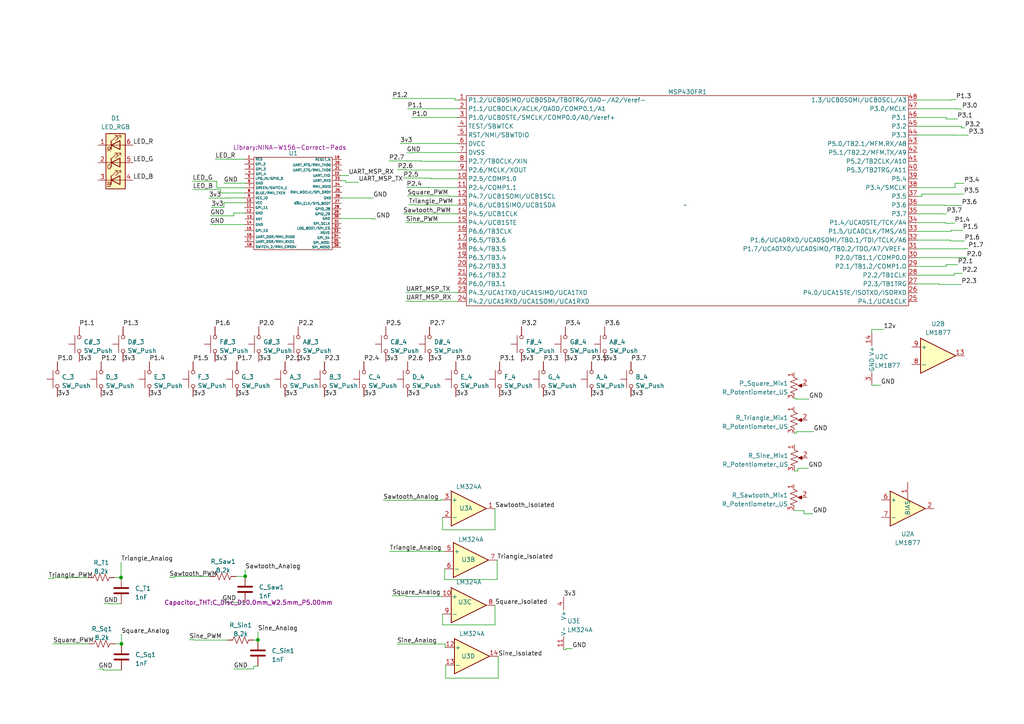
<source format=kicad_sch>
(kicad_sch (version 20230121) (generator eeschema)
  (paper "A4")
  (lib_symbols
    (symbol "Amplifier_Audio:LM1877" (pin_names (offset 0.127))
      (property "Reference" "U" (at 5.08 6.35 0))
      (property "Value" "LM1877" (at 5.08 3.81 0))
      (symbol "LM1877_1_1"
        (polyline (pts (xy -5.08 5.08) (xy 5.08 0) (xy -5.08 -5.08) (xy -5.08 5.08)) (stroke (width 0.254)) (fill (type background)))
        (pin input line (at 0 7.62 270) (length 5.08) (name "BIAS") (number "1"))
        (pin output line (at 7.62 0 180) (length 2.54) (name "~") (number "2"))
        (pin input line (at -7.62 2.54 0) (length 2.54) (name "+") (number "6"))
        (pin input line (at -7.62 -2.54 0) (length 2.54) (name "-") (number "7"))
      )
      (symbol "LM1877_2_1"
        (polyline (pts (xy -5.08 5.08) (xy 5.08 0) (xy -5.08 -5.08) (xy -5.08 5.08)) (stroke (width 0.254)) (fill (type background)))
        (pin output line (at 7.62 0 180) (length 2.54) (name "~") (number "13"))
        (pin input line (at -7.62 -2.54 0) (length 2.54) (name "-") (number "8"))
        (pin input line (at -7.62 2.54 0) (length 2.54) (name "+") (number "9"))
      )
      (symbol "LM1877_3_1"
        (pin passive line (at -2.54 -7.62 90) (length 3.81) hide (name "GND") (number "10"))
        (pin passive line (at -2.54 -7.62 90) (length 3.81) hide (name "GND") (number "11"))
        (pin passive line (at -2.54 -7.62 90) (length 3.81) hide (name "GND") (number "12"))
        (pin power_in line (at -2.54 7.62 270) (length 3.81) (name "V+") (number "14"))
        (pin power_in line (at -2.54 -7.62 90) (length 3.81) (name "GND") (number "3"))
        (pin passive line (at -2.54 -7.62 90) (length 3.81) hide (name "GND") (number "4"))
        (pin passive line (at -2.54 -7.62 90) (length 3.81) hide (name "GND") (number "5"))
      )
    )
    (symbol "Amplifier_Operational:LM324A" (pin_names (offset 0.127))
      (property "Reference" "U" (at 0 5.08 0))
      (property "Value" "LM324A" (at 0 -5.08 0))
      (symbol "LM324A_1_1"
        (polyline (pts (xy -5.08 5.08) (xy 5.08 0) (xy -5.08 -5.08) (xy -5.08 5.08)) (stroke (width 0.254)) (fill (type background)))
        (pin output line (at 7.62 0 180) (length 2.54) (name "~") (number "1"))
        (pin input line (at -7.62 -2.54 0) (length 2.54) (name "-") (number "2"))
        (pin input line (at -7.62 2.54 0) (length 2.54) (name "+") (number "3"))
      )
      (symbol "LM324A_2_1"
        (polyline (pts (xy -5.08 5.08) (xy 5.08 0) (xy -5.08 -5.08) (xy -5.08 5.08)) (stroke (width 0.254)) (fill (type background)))
        (pin input line (at -7.62 2.54 0) (length 2.54) (name "+") (number "5"))
        (pin input line (at -7.62 -2.54 0) (length 2.54) (name "-") (number "6"))
        (pin output line (at 7.62 0 180) (length 2.54) (name "~") (number "7"))
      )
      (symbol "LM324A_3_1"
        (polyline (pts (xy -5.08 5.08) (xy 5.08 0) (xy -5.08 -5.08) (xy -5.08 5.08)) (stroke (width 0.254)) (fill (type background)))
        (pin input line (at -7.62 2.54 0) (length 2.54) (name "+") (number "10"))
        (pin output line (at 7.62 0 180) (length 2.54) (name "~") (number "8"))
        (pin input line (at -7.62 -2.54 0) (length 2.54) (name "-") (number "9"))
      )
      (symbol "LM324A_4_1"
        (polyline (pts (xy -5.08 5.08) (xy 5.08 0) (xy -5.08 -5.08) (xy -5.08 5.08)) (stroke (width 0.254)) (fill (type background)))
        (pin input line (at -7.62 2.54 0) (length 2.54) (name "+") (number "12"))
        (pin input line (at -7.62 -2.54 0) (length 2.54) (name "-") (number "13"))
        (pin output line (at 7.62 0 180) (length 2.54) (name "~") (number "14"))
      )
      (symbol "LM324A_5_1"
        (pin power_in line (at -2.54 -7.62 90) (length 3.81) (name "V-") (number "11"))
        (pin power_in line (at -2.54 7.62 270) (length 3.81) (name "V+") (number "4"))
      )
    )
    (symbol "Device:C" (pin_numbers hide) (pin_names (offset 0.254))
      (property "Reference" "C" (at 0.635 2.54 0))
      (property "Value" "C" (at 0.635 -2.54 0))
      (symbol "C_0_1"
        (polyline (pts (xy -2.032 -0.762) (xy 2.032 -0.762)) (stroke (width 0.508)))
        (polyline (pts (xy -2.032 0.762) (xy 2.032 0.762)) (stroke (width 0.508)))
      )
      (symbol "C_1_1"
        (pin passive line (at 0 3.81 270) (length 2.794) (name "~") (number "1"))
        (pin passive line (at 0 -3.81 90) (length 2.794) (name "~") (number "2"))
      )
    )
    (symbol "Device:LED_RGB" (pin_names (offset 0) hide)
      (property "Reference" "D" (at 0 9.398 0))
      (property "Value" "LED_RGB" (at 0 -8.89 0))
      (symbol "LED_RGB_0_0"
        (text "B" (at -1.905 -6.35 0) (effects (font (size 1.27 1.27))))
        (text "G" (at -1.905 -1.27 0) (effects (font (size 1.27 1.27))))
        (text "R" (at -1.905 3.81 0) (effects (font (size 1.27 1.27))))
      )
      (symbol "LED_RGB_0_1"
        (polyline (pts (xy -1.27 -5.08) (xy -2.54 -5.08)))
        (polyline (pts (xy -1.27 -5.08) (xy 1.27 -5.08)))
        (polyline (pts (xy -1.27 -3.81) (xy -1.27 -6.35)) (stroke (width 0.254)))
        (polyline (pts (xy -1.27 0) (xy -2.54 0)))
        (polyline (pts (xy -1.27 1.27) (xy -1.27 -1.27)) (stroke (width 0.254)))
        (polyline (pts (xy -1.27 5.08) (xy -2.54 5.08)))
        (polyline (pts (xy -1.27 5.08) (xy 1.27 5.08)))
        (polyline (pts (xy -1.27 6.35) (xy -1.27 3.81)) (stroke (width 0.254)))
        (polyline (pts (xy 1.27 -5.08) (xy 2.54 -5.08)))
        (polyline (pts (xy 1.27 0) (xy -1.27 0)))
        (polyline (pts (xy 1.27 0) (xy 2.54 0)))
        (polyline (pts (xy 1.27 5.08) (xy 2.54 5.08)))
        (polyline (pts (xy -1.27 1.27) (xy -1.27 -1.27) (xy -1.27 -1.27)))
        (polyline (pts (xy -1.27 6.35) (xy -1.27 3.81) (xy -1.27 3.81)))
        (polyline (pts (xy 1.27 -3.81) (xy 1.27 -6.35) (xy -1.27 -5.08) (xy 1.27 -3.81)) (stroke (width 0.254)))
        (polyline (pts (xy 1.27 1.27) (xy 1.27 -1.27) (xy -1.27 0) (xy 1.27 1.27)) (stroke (width 0.254)))
        (polyline (pts (xy 1.27 6.35) (xy 1.27 3.81) (xy -1.27 5.08) (xy 1.27 6.35)) (stroke (width 0.254)))
        (polyline (pts (xy -1.016 -3.81) (xy 0.508 -2.286) (xy -0.254 -2.286) (xy 0.508 -2.286) (xy 0.508 -3.048)))
        (polyline (pts (xy -1.016 1.27) (xy 0.508 2.794) (xy -0.254 2.794) (xy 0.508 2.794) (xy 0.508 2.032)))
        (polyline (pts (xy -1.016 6.35) (xy 0.508 7.874) (xy -0.254 7.874) (xy 0.508 7.874) (xy 0.508 7.112)))
        (polyline (pts (xy 0 -3.81) (xy 1.524 -2.286) (xy 0.762 -2.286) (xy 1.524 -2.286) (xy 1.524 -3.048)))
        (polyline (pts (xy 0 1.27) (xy 1.524 2.794) (xy 0.762 2.794) (xy 1.524 2.794) (xy 1.524 2.032)))
        (polyline (pts (xy 0 6.35) (xy 1.524 7.874) (xy 0.762 7.874) (xy 1.524 7.874) (xy 1.524 7.112)))
        (rectangle (start 1.27 -1.27) (end 1.27 1.27))
        (rectangle (start 1.27 1.27) (end 1.27 1.27))
        (rectangle (start 1.27 3.81) (end 1.27 6.35))
        (rectangle (start 1.27 6.35) (end 1.27 6.35))
        (rectangle (start 2.794 8.382) (end -2.794 -7.62) (stroke (width 0.254)) (fill (type background)))
      )
      (symbol "LED_RGB_1_1"
        (pin passive line (at -5.08 5.08 0) (length 2.54) (name "RK") (number "1"))
        (pin passive line (at -5.08 0 0) (length 2.54) (name "GK") (number "2"))
        (pin passive line (at -5.08 -5.08 0) (length 2.54) (name "BK") (number "3"))
        (pin passive line (at 5.08 -5.08 180) (length 2.54) (name "BA") (number "4"))
        (pin passive line (at 5.08 0 180) (length 2.54) (name "GA") (number "5"))
        (pin passive line (at 5.08 5.08 180) (length 2.54) (name "RA") (number "6"))
      )
    )
    (symbol "Device:R_Potentiometer_US" (pin_names (offset 1.016) hide)
      (property "Reference" "RV" (at -4.445 0 90))
      (property "Value" "R_Potentiometer_US" (at -2.54 0 90))
      (symbol "R_Potentiometer_US_0_1"
        (polyline (pts (xy 0 -2.286) (xy 0 -2.54)))
        (polyline (pts (xy 0 2.54) (xy 0 2.286)))
        (polyline (pts (xy 2.54 0) (xy 1.524 0)))
        (polyline (pts (xy 1.143 0) (xy 2.286 0.508) (xy 2.286 -0.508) (xy 1.143 0)) (fill (type outline)))
        (polyline (pts (xy 0 -0.762) (xy 1.016 -1.143) (xy 0 -1.524) (xy -1.016 -1.905) (xy 0 -2.286)))
        (polyline (pts (xy 0 0.762) (xy 1.016 0.381) (xy 0 0) (xy -1.016 -0.381) (xy 0 -0.762)))
        (polyline (pts (xy 0 2.286) (xy 1.016 1.905) (xy 0 1.524) (xy -1.016 1.143) (xy 0 0.762)))
      )
      (symbol "R_Potentiometer_US_1_1"
        (pin passive line (at 0 3.81 270) (length 1.27) (name "1") (number "1"))
        (pin passive line (at 3.81 0 180) (length 1.27) (name "2") (number "2"))
        (pin passive line (at 0 -3.81 90) (length 1.27) (name "3") (number "3"))
      )
    )
    (symbol "Device:R_US" (pin_numbers hide) (pin_names (offset 0))
      (property "Reference" "R" (at 2.54 0 90))
      (property "Value" "R_US" (at -2.54 0 90))
      (symbol "R_US_0_1"
        (polyline (pts (xy 0 -2.286) (xy 0 -2.54)))
        (polyline (pts (xy 0 2.286) (xy 0 2.54)))
        (polyline (pts (xy 0 -0.762) (xy 1.016 -1.143) (xy 0 -1.524) (xy -1.016 -1.905) (xy 0 -2.286)))
        (polyline (pts (xy 0 0.762) (xy 1.016 0.381) (xy 0 0) (xy -1.016 -0.381) (xy 0 -0.762)))
        (polyline (pts (xy 0 2.286) (xy 1.016 1.905) (xy 0 1.524) (xy -1.016 1.143) (xy 0 0.762)))
      )
      (symbol "R_US_1_1"
        (pin passive line (at 0 3.81 270) (length 1.27) (name "~") (number "1"))
        (pin passive line (at 0 -3.81 90) (length 1.27) (name "~") (number "2"))
      )
    )
    (symbol "New_Library:MSP430FR2355"
      (property "Reference" "MSP430FR2355" (at 0 0 0))
      (symbol "MSP430FR2355_0_1"
        (rectangle (start -63.5 31.75) (end 64.77 -29.21))
      )
      (symbol "MSP430FR2355_1_1"
        (pin bidirectional line (at -66.04 30.48 0) (length 2.54) (name "P1.2/UCB0SIMO/UCB0SDA/TB0TRG/OA0-/A2/Veref-") (number "1"))
        (pin bidirectional line (at -66.04 7.62 0) (length 2.54) (name "P2.5/COMP1.0") (number "10"))
        (pin bidirectional line (at -66.04 5.08 0) (length 2.54) (name "P2.4/COMP1.1") (number "11"))
        (pin bidirectional line (at -66.04 2.54 0) (length 2.54) (name "P4.7/UCB1SOMI/UCB1SCL") (number "12"))
        (pin bidirectional line (at -66.04 0 0) (length 2.54) (name "P4.6/UCB1SIMO/UCB1SDA") (number "13"))
        (pin bidirectional line (at -66.04 -2.54 0) (length 2.54) (name "P4.5/UCB1CLK") (number "14"))
        (pin bidirectional line (at -66.04 -5.08 0) (length 2.54) (name "P4.4/UCB1STE") (number "15"))
        (pin bidirectional line (at -66.04 -7.62 0) (length 2.54) (name "P6.6/TB3CLK") (number "16"))
        (pin bidirectional line (at -66.04 -10.16 0) (length 2.54) (name "P6.5/TB3.6") (number "17"))
        (pin bidirectional line (at -66.04 -12.7 0) (length 2.54) (name "P6.4/TB3.5") (number "18"))
        (pin bidirectional line (at -66.04 -15.24 0) (length 2.54) (name "P6.3/TB3.4") (number "19"))
        (pin bidirectional line (at -66.04 27.94 0) (length 2.54) (name "P1.1/UCB0CLK/ACLK/OA0O/COMP0.1/A1") (number "2"))
        (pin bidirectional line (at -66.04 -17.78 0) (length 2.54) (name "P6.2/TB3.3") (number "20"))
        (pin bidirectional line (at -66.04 -20.32 0) (length 2.54) (name "P6.1/TB3.2") (number "21"))
        (pin bidirectional line (at -66.04 -22.86 0) (length 2.54) (name "P6.0/TB3.1") (number "22"))
        (pin bidirectional line (at -66.04 -25.4 0) (length 2.54) (name "P4.3/UCA1TXD/UCA1SIMO/UCA1TXD") (number "23"))
        (pin bidirectional line (at -66.04 -27.94 0) (length 2.54) (name "P4.2/UCA1RXD/UCA1SOMI/UCA1RXD") (number "24"))
        (pin bidirectional line (at 67.31 -27.94 180) (length 2.54) (name "P4.1/UCA1CLK") (number "25"))
        (pin bidirectional line (at 67.31 -25.4 180) (length 2.54) (name "P4.0/UCA1STE/ISOTXD/ISORXD") (number "26"))
        (pin bidirectional line (at 67.31 -22.86 180) (length 2.54) (name "P2.3/TB1TRG") (number "27"))
        (pin bidirectional line (at 67.31 -20.32 180) (length 2.54) (name "P2.2/TB1CLK") (number "28"))
        (pin bidirectional line (at 67.31 -17.78 180) (length 2.54) (name "P2.1/TB1.2/COMP1.O") (number "29"))
        (pin bidirectional line (at -66.04 25.4 0) (length 2.54) (name "P1.0/UCB0STE/SMCLK/COMP0.0/A0/Veref+") (number "3"))
        (pin bidirectional line (at 67.31 -15.24 180) (length 2.54) (name "P2.0/TB1.1/COMP0.O") (number "30"))
        (pin bidirectional line (at 67.31 -12.7 180) (length 2.54) (name "P1.7/UCA0TXD/UCA0SIMO/TB0.2/TDO/A7/VREF+") (number "31"))
        (pin bidirectional line (at 67.31 -10.16 180) (length 2.54) (name "P1.6/UCA0RXD/UCA0SOMI/TB0.1/TDI/TCLK/A6") (number "32"))
        (pin bidirectional line (at 67.31 -7.62 180) (length 2.54) (name "P1.5/UCA0CLK/TMS/A5") (number "33"))
        (pin bidirectional line (at 67.31 -5.08 180) (length 2.54) (name "P1.4/UCA0STE/TCK/A4") (number "34"))
        (pin bidirectional line (at 67.31 -2.54 180) (length 2.54) (name "P3.7") (number "35"))
        (pin bidirectional line (at 67.31 0 180) (length 2.54) (name "P3.6") (number "36"))
        (pin bidirectional line (at 67.31 2.54 180) (length 2.54) (name "P3.5") (number "37"))
        (pin bidirectional line (at 67.31 5.08 180) (length 2.54) (name "P3.4/SMCLK") (number "38"))
        (pin bidirectional line (at 67.31 7.62 180) (length 2.54) (name "P5.4") (number "39"))
        (pin input line (at -66.04 22.86 0) (length 2.54) (name "TEST/SBWTCK") (number "4"))
        (pin bidirectional line (at 67.31 10.16 180) (length 2.54) (name "P5.3/TB2TRG/A11") (number "40"))
        (pin bidirectional line (at 67.31 12.7 180) (length 2.54) (name "P5.2/TB2CLK/A10") (number "41"))
        (pin bidirectional line (at 67.31 15.24 180) (length 2.54) (name "P5.1/TB2.2/MFM.TX/A9") (number "42"))
        (pin bidirectional line (at 67.31 17.78 180) (length 2.54) (name "P5.0/TB2.1/MFM.RX/A8") (number "43"))
        (pin bidirectional line (at 67.31 20.32 180) (length 2.54) (name "P3.3") (number "44"))
        (pin bidirectional line (at 67.31 22.86 180) (length 2.54) (name "P3.2") (number "45"))
        (pin bidirectional line (at 67.31 25.4 180) (length 2.54) (name "P3.1") (number "46"))
        (pin bidirectional line (at 67.31 27.94 180) (length 2.54) (name "P3.0/MCLK") (number "47"))
        (pin bidirectional line (at 67.31 30.48 180) (length 2.54) (name "1.3/UCB0SOMI/UCB0SCL/A3") (number "48"))
        (pin bidirectional line (at -66.04 20.32 0) (length 2.54) (name "RST/NMI/SBWTDIO") (number "5"))
        (pin power_in line (at -66.04 17.78 0) (length 2.54) (name "DVCC") (number "6"))
        (pin power_in line (at -66.04 15.24 0) (length 2.54) (name "DVSS") (number "7"))
        (pin bidirectional line (at -66.04 12.7 0) (length 2.54) (name "P2.7/TB0CLK/XIN") (number "8"))
        (pin bidirectional line (at -66.04 10.16 0) (length 2.54) (name "P2.6/MCLK/XOUT") (number "9"))
      )
    )
    (symbol "New_Library:NINA-W156"
      (property "Reference" "U" (at 0 0 0))
      (symbol "NINA-W156_0_1"
        (rectangle (start -12.7191 12.8092) (end 10.0035 -14.0135))
      )
      (symbol "NINA-W156_1_1"
        (pin output line (at -15.4055 12.2397 0) (length 2.54) (name "RED") (number "1"))
        (pin input line (at -15.3951 -0.3997 0) (length 2.54) (name "VCC") (number "10"))
        (pin input line (at -15.3951 -1.8115 0) (length 2.54) (name "GPI_11") (number "11"))
        (pin unspecified line (at -15.406 -3.3766 0) (length 2.54) (name "GND") (number "12"))
        (pin bidirectional line (at -15.3191 -5.1142 0) (length 2.54) (name "ANT") (number "13"))
        (pin bidirectional line (at -15.3626 -6.7216 0) (length 2.54) (name "GND") (number "14"))
        (pin input line (at -15.406 -8.4592 0) (length 2.54) (name "GPI_15") (number "15"))
        (pin bidirectional line (at -15.3626 -10.2838 0) (length 2.54) (name "UART_DSR/RMII_RXD0") (number "16"))
        (pin input line (at -15.39 -11.6888 0) (length 2.54) (name "UART_DSR/RMII_RXD1") (number "17"))
        (pin input line (at -15.3551 -13.1902 0) (length 2.54) (name "SWITCH_2/RMII_CRSDV") (number "18"))
        (pin input line (at 12.6733 12.1511 180) (length 2.54) (name "RESET_N") (number "19"))
        (pin input line (at -15.4212 10.8154 0) (length 2.54) (name "GPI_2") (number "2"))
        (pin output line (at 12.7484 10.5746 180) (length 2.54) (name "UART_RTS/RMII_TXD0") (number "20"))
        (pin bidirectional line (at 12.7484 9.0733 180) (length 2.54) (name "UART_CTS/RMII_TXD0") (number "21"))
        (pin output line (at 12.5982 7.4969 180) (length 2.54) (name "UART_TXD") (number "22"))
        (pin input line (at 12.7556 6.0326 180) (length 2.54) (name "UART_RXD") (number "23"))
        (pin bidirectional line (at 12.7556 4.306 180) (length 2.54) (name "RMII_MDIO") (number "24"))
        (pin output line (at 12.8307 2.6547 180) (length 2.54) (name "RMII_MDCLK/SPI_DRDY") (number "25"))
        (pin unspecified line (at 12.8307 1.0032 180) (length 2.54) (name "GND") (number "26"))
        (pin bidirectional line (at 12.6743 -0.5962 180) (length 2.54) (name "RMII_CLK/SYS_BOOT") (number "27"))
        (pin bidirectional line (at 12.5992 -2.1726 180) (length 2.54) (name "GPIO_28") (number "28"))
        (pin bidirectional line (at 12.5123 -3.649 180) (length 2.54) (name "GPIO_29") (number "29"))
        (pin input line (at -15.3488 9.3674 0) (length 2.54) (name "GPI_3") (number "3"))
        (pin unspecified line (at 12.495 -4.9529 180) (length 2.54) (name "GND") (number "30"))
        (pin input line (at 12.5514 -6.4379 180) (length 2.54) (name "SPI_SCLK") (number "31"))
        (pin input line (at 12.5067 -7.7989 180) (length 2.54) (name "LOG_BOOT/SPI_CS") (number "32"))
        (pin unspecified line (at 12.408 -9.1233 180) (length 2.54) (name "RSVD") (number "33"))
        (pin input line (at 12.408 -10.5569 180) (length 2.54) (name "GPI_34") (number "34"))
        (pin input line (at 12.3886 -11.9769 180) (length 2.54) (name "SPI_MOSI") (number "35"))
        (pin output line (at 12.4755 -13.2802 180) (length 2.54) (name "SPI_MOSO") (number "36"))
        (pin input line (at -15.3126 7.9555 0) (length 2.54) (name "GPI_4") (number "4"))
        (pin bidirectional line (at -15.385 6.6523 0) (length 2.54) (name "LPO_IN/GPIO_5") (number "5"))
        (pin unspecified line (at -15.3488 5.2766 0) (length 2.54) (name "GND") (number "6"))
        (pin bidirectional line (at -15.3126 3.9372 0) (length 2.54) (name "GREEN/SWITCH_1") (number "7"))
        (pin output line (at -15.385 2.4529 0) (length 2.54) (name "BLUE/RMII_TXEN") (number "8"))
        (pin input line (at -15.4313 1.0121 0) (length 2.54) (name "VCC_IO") (number "9"))
      )
    )
    (symbol "Switch:SW_Push" (pin_numbers hide) (pin_names (offset 1.016) hide)
      (property "Reference" "SW" (at 1.27 2.54 0))
      (property "Value" "SW_Push" (at 0 -1.524 0))
      (symbol "SW_Push_0_1"
        (circle (center -2.032 0) (radius 0.508))
        (polyline (pts (xy 0 1.27) (xy 0 3.048)))
        (polyline (pts (xy 2.54 1.27) (xy -2.54 1.27)))
        (circle (center 2.032 0) (radius 0.508))
        (pin passive line (at -5.08 0 0) (length 2.54) (name "1") (number "1"))
        (pin passive line (at 5.08 0 180) (length 2.54) (name "2") (number "2"))
      )
    )
  )
  (junction (at 35.2308 186.7245))
  (junction (at 71.1169 167.1258))
  (junction (at 35.106 167.5067))
  (junction (at 74.8058 185.595))
  (wire (pts (xy 279.9135 72.1818) (xy 266.0648 72.1818)))
  (wire (pts (xy 275.9053 67.1018) (xy 266.0648 67.1018)))
  (wire (pts (xy 280.8054 72.0849) (xy 279.9135 72.0849)))
  (wire (pts (xy 65.9624 46.1803) (xy 70.9545 46.1803)))
  (wire (pts (xy 231.4178 135.8237) (xy 231.4178 136.6085)))
  (wire (pts (xy 106.9792 57.4429) (xy 106.9792 57.4168)))
  (wire (pts (xy 279.8442 37.0785) (xy 278.8767 37.0785)))
  (wire (pts (xy 129.2674 192.8777) (xy 129.2674 196.6834)))
  (wire (pts (xy 275.6028 69.6418) (xy 266.0648 69.6418)))
  (wire (pts (xy 128.9593 164.9871) (xy 128.9593 168.0917)))
  (wire (pts (xy 117.7351 49.1917) (xy 117.7351 49.3218)))
  (wire (pts (xy 106.9792 57.4168) (xy 99.1907 57.4168)))
  (wire (pts (xy 129.4954 62.0193) (xy 129.4954 62.0218)))
  (wire (pts (xy 62.8701 52.5501) (xy 62.8701 54.4828)))
  (wire (pts (xy 132.8048 84.8319) (xy 132.8048 84.8818)))
  (wire (pts (xy 130.29 56.9418) (xy 132.7148 56.9418)))
  (wire (pts (xy 35.1955 183.9826) (xy 35.2308 183.9826)))
  (wire (pts (xy 278.839 82.5213) (xy 272.4264 82.5213)))
  (wire (pts (xy 117.831 173.0049) (xy 128.3429 173.0049)))
  (wire (pts (xy 71.1169 165.2586) (xy 71.1169 167.1258)))
  (wire (pts (xy 131.9428 29.0018) (xy 132.7148 29.0018)))
  (wire (pts (xy 71.1169 167.1258) (xy 71.1023 167.1258)))
  (wire (pts (xy 114.2709 159.9071) (xy 128.9593 159.9071)))
  (wire (pts (xy 64.9406 60.1049) (xy 64.9406 58.8197)))
  (wire (pts (xy 280.903 39.196) (xy 276.5323 39.196)))
  (wire (pts (xy 63.9778 54.9963) (xy 63.9778 55.9671)))
  (wire (pts (xy 117.7351 49.3218) (xy 132.7148 49.3218)))
  (wire (pts (xy 119.6913 31.5418) (xy 132.7148 31.5418)))
  (wire (pts (xy 119.6913 31.5731) (xy 119.6913 31.5418)))
  (wire (pts (xy 129.1253 187.7977) (xy 129.2674 187.7977)))
  (wire (pts (xy 107.822 63.3729) (xy 98.855 63.3729)))
  (wire (pts (xy 231.0612 115.6528) (xy 230.2802 115.6528)))
  (wire (pts (xy 117.9658 44.3325) (xy 119.586 44.3325)))
  (wire (pts (xy 61.2705 60.1049) (xy 64.9406 60.1049)))
  (wire (pts (xy 62.8701 54.4828) (xy 71.0474 54.4828)))
  (wire (pts (xy 101.0794 50.9231) (xy 98.9582 50.9231)))
  (wire (pts (xy 120.3941 59.4818) (xy 132.7148 59.4818)))
  (wire (pts (xy 277.5155 31.5418) (xy 266.0648 31.5418)))
  (wire (pts (xy 55.9232 54.9963) (xy 63.9778 54.9963)))
  (wire (pts (xy 230.972 125.212) (xy 230.972 125.6402)))
  (wire (pts (xy 35.106 163.0132) (xy 35.106 167.5067)))
  (wire (pts (xy 124.9826 51.6496) (xy 124.9826 51.8618)))
  (wire (pts (xy 101.0794 50.8466) (xy 101.0794 50.9231)))
  (wire (pts (xy 74.8058 185.6512) (xy 74.8058 185.595)))
  (wire (pts (xy 128.3429 181.237) (xy 143.5829 181.237)))
  (wire (pts (xy 275.6028 69.8918) (xy 275.6028 69.6418)))
  (wire (pts (xy 234.4713 135.8237) (xy 231.4178 135.8237)))
  (wire (pts (xy 277.6511 34.5072) (xy 274.4904 34.5072)))
  (wire (pts (xy 56.3249 185.6512) (xy 65.9961 185.6512)))
  (wire (pts (xy 129.2674 196.6834) (xy 144.5074 196.6834)))
  (wire (pts (xy 64.9141 53.1278) (xy 71.4148 53.1278)))
  (wire (pts (xy 107.822 63.5112) (xy 107.822 63.3729)))
  (wire (pts (xy 279.5417 56.2876) (xy 267.3815 56.2876)))
  (wire (pts (xy 54.8989 185.5429) (xy 56.3249 185.5429)))
  (wire (pts (xy 279.2172 66.7911) (xy 275.9053 66.7911)))
  (wire (pts (xy 113.0009 159.8902) (xy 114.2709 159.8902)))
  (wire (pts (xy 274.4683 77.2618) (xy 266.0648 77.2618)))
  (wire (pts (xy 15.358 167.8289) (xy 15.358 167.5261)))
  (wire (pts (xy 117.9146 54.3596) (xy 124.3524 54.3596)))
  (wire (pts (xy 278.9367 59.6152) (xy 274.1123 59.6152)))
  (wire (pts (xy 62.3244 65.1416) (xy 70.9974 65.1416)))
  (wire (pts (xy 64.4539 174.4976) (xy 65.7239 174.4976)))
  (wire (pts (xy 128.3429 150.0402) (xy 128.3429 153.6546)))
  (wire (pts (xy 63.9778 55.9671) (xy 70.975 55.9671)))
  (wire (pts (xy 119.4801 34.0687) (xy 132.3966 34.0687)))
  (wire (pts (xy 15.3959 186.7175) (xy 16.9155 186.7175)))
  (wire (pts (xy 276.5323 39.196) (xy 276.5323 39.1618)))
  (wire (pts (xy 65.7239 174.4976) (xy 65.7239 174.7458)))
  (wire (pts (xy 143.5829 181.237) (xy 143.5829 175.5449)))
  (wire (pts (xy 15.358 167.5261) (xy 25.5726 167.5261)))
  (wire (pts (xy 16.9155 186.7175) (xy 16.9155 186.7272)))
  (wire (pts (xy 272.4264 82.3418) (xy 266.0648 82.3418)))
  (wire (pts (xy 35.106 167.5067) (xy 33.1926 167.5067)))
  (wire (pts (xy 61.0047 62.5982) (xy 67.8245 62.5982)))
  (wire (pts (xy 231.0612 115.7596) (xy 231.0612 115.6528)))
  (wire (pts (xy 74.8058 183.2138) (xy 74.8058 185.595)))
  (wire (pts (xy 64.9406 58.8197) (xy 70.9649 58.8197)))
  (wire (pts (xy 253.9129 111.7097) (xy 253.9129 111.7398)))
  (wire (pts (xy 122.2096 46.7818) (xy 132.7148 46.7818)))
  (wire (pts (xy 30.1461 175.0504) (xy 31.5659 175.0504)))
  (wire (pts (xy 67.8245 62.5982) (xy 67.8245 61.7966)))
  (wire (pts (xy 132.3966 34.0687) (xy 132.3966 34.0818)))
  (wire (pts (xy 277.2509 28.9082) (xy 275.9053 28.9082)))
  (wire (pts (xy 128.3429 178.0849) (xy 128.3429 181.237)))
  (wire (pts (xy 60.5817 57.4467) (xy 66.1744 57.4467)))
  (wire (pts (xy 14.0256 167.8289) (xy 15.358 167.8289)))
  (wire (pts (xy 279.4597 74.7318) (xy 279.4597 74.7218)))
  (wire (pts (xy 31.5659 175.0504) (xy 31.5659 175.1267)))
  (wire (pts (xy 267.3815 56.2876) (xy 267.3815 56.9418)))
  (wire (pts (xy 62.4309 46.1347) (xy 65.9624 46.1347)))
  (wire (pts (xy 267.3815 56.9418) (xy 266.0648 56.9418)))
  (wire (pts (xy 29.9964 194.3445) (xy 35.2308 194.3445)))
  (wire (pts (xy 235.8089 149.0214) (xy 233.2013 149.0214)))
  (wire (pts (xy 50.6622 167.4297) (xy 50.6622 167.1902)))
  (wire (pts (xy 118.1945 31.5731) (xy 119.6913 31.5731)))
  (wire (pts (xy 274.4904 34.0818) (xy 266.0648 34.0818)))
  (wire (pts (xy 252.8223 95.5787) (xy 252.8223 96.4998)))
  (wire (pts (xy 117.7496 84.8319) (xy 132.8048 84.8319)))
  (wire (pts (xy 256.2766 95.5787) (xy 252.8223 95.5787)))
  (wire (pts (xy 118.149 56.8186) (xy 130.29 56.8186)))
  (wire (pts (xy 276.5323 39.1618) (xy 266.0648 39.1618)))
  (wire (pts (xy 279.0659 79.2694) (xy 276.8127 79.2694)))
  (wire (pts (xy 119.0945 87.3033) (xy 119.0945 87.4218)))
  (wire (pts (xy 122.2096 46.6709) (xy 122.2096 46.7818)))
  (wire (pts (xy 50.6622 167.1902) (xy 60.8987 167.1902)))
  (wire (pts (xy 128.3429 153.6546) (xy 143.5829 153.6546)))
  (wire (pts (xy 35.2308 186.7245) (xy 33.3681 186.7245)))
  (wire (pts (xy 275.9053 29.0018) (xy 266.0648 29.0018)))
  (wire (pts (xy 130.29 56.8186) (xy 130.29 56.9418)))
  (wire (pts (xy 115.1605 186.7936) (xy 129.1253 186.7936)))
  (wire (pts (xy 276.8728 64.7491) (xy 274.2415 64.7491)))
  (wire (pts (xy 127.8201 145.1055) (xy 127.8201 144.9602)))
  (wire (pts (xy 16.9155 186.7272) (xy 25.7481 186.7272)))
  (wire (pts (xy 124.9826 51.8618) (xy 132.7148 51.8618)))
  (wire (pts (xy 124.3524 54.3596) (xy 124.3524 54.4018)))
  (wire (pts (xy 55.8532 52.5501) (xy 62.8701 52.5501)))
  (wire (pts (xy 272.2972 62.0218) (xy 266.0648 62.0218)))
  (wire (pts (xy 132.7784 41.7018) (xy 132.7148 41.7018)))
  (wire (pts (xy 129.4954 62.0218) (xy 132.7148 62.0218)))
  (wire (pts (xy 113.7456 172.7907) (xy 117.831 172.7907)))
  (wire (pts (xy 117.7156 64.5618) (xy 132.7148 64.5618)))
  (wire (pts (xy 230.972 125.6402) (xy 230.2802 125.6402)))
  (wire (pts (xy 253.9129 111.7398) (xy 252.8655 111.7398)))
  (wire (pts (xy 117.7496 87.3033) (xy 119.0945 87.3033)))
  (wire (pts (xy 279.4597 74.7218) (xy 266.0648 74.7218)))
  (wire (pts (xy 275.9053 28.9082) (xy 275.9053 29.0018)))
  (wire (pts (xy 279.6174 53.1869) (xy 276.9861 53.1869)))
  (wire (pts (xy 255.514 111.7097) (xy 253.9129 111.7097)))
  (wire (pts (xy 127.8201 144.9602) (xy 128.3429 144.9602)))
  (wire (pts (xy 129.1253 186.7936) (xy 129.1253 187.7977)))
  (wire (pts (xy 276.8127 79.2694) (xy 276.8127 79.8018)))
  (wire (pts (xy 275.9053 66.7911) (xy 275.9053 67.1018)))
  (wire (pts (xy 114.2709 159.8902) (xy 114.2709 159.9071)))
  (wire (pts (xy 71.1169 167.1902) (xy 71.1169 167.1258)))
  (wire (pts (xy 111.143 145.1055) (xy 127.8201 145.1055)))
  (wire (pts (xy 144.5074 196.6834) (xy 144.5074 190.3377)))
  (wire (pts (xy 100.2301 52.3874) (xy 99.1156 52.3874)))
  (wire (pts (xy 68.5187 167.1902) (xy 71.1169 167.1902)))
  (wire (pts (xy 233.2013 148.1002) (xy 230.2329 148.1002)))
  (wire (pts (xy 131.9428 28.548) (xy 131.9428 29.0018)))
  (wire (pts (xy 132.7784 41.6102) (xy 132.7784 41.7018)))
  (wire (pts (xy 73.5897 193.215) (xy 74.8058 193.215)))
  (wire (pts (xy 73.6161 185.6512) (xy 74.8058 185.6512)))
  (wire (pts (xy 132.8048 84.8818) (xy 132.7148 84.8818)))
  (wire (pts (xy 274.4904 34.5072) (xy 274.4904 34.0818)))
  (wire (pts (xy 116.068 41.6102) (xy 132.7784 41.6102)))
  (wire (pts (xy 276.9861 54.4018) (xy 266.0648 54.4018)))
  (wire (pts (xy 117.831 172.7907) (xy 117.831 173.0049)))
  (wire (pts (xy 276.8127 79.8018) (xy 266.0648 79.8018)))
  (wire (pts (xy 71.4148 53.1278) (xy 71.4148 53.1434)))
  (wire (pts (xy 65.7239 174.7458) (xy 71.1023 174.7458)))
  (wire (pts (xy 67.8022 194.015) (xy 73.5897 194.015)))
  (wire (pts (xy 56.3249 185.5429) (xy 56.3249 185.6512)))
  (wire (pts (xy 60.9798 65.1118) (xy 62.3244 65.1118)))
  (wire (pts (xy 124.3524 54.4018) (xy 132.7148 54.4018)))
  (wire (pts (xy 67.8245 61.7966) (xy 70.954 61.7966)))
  (wire (pts (xy 116.9211 62.0193) (xy 129.4954 62.0193)))
  (wire (pts (xy 128.9593 168.0917) (xy 144.1993 168.0917)))
  (wire (pts (xy 31.5659 175.1267) (xy 35.1685 175.1267)))
  (wire (pts (xy 65.9624 46.1347) (xy 65.9624 46.1803)))
  (wire (pts (xy 234.6497 115.7596) (xy 231.0612 115.7596)))
  (wire (pts (xy 231.4178 136.6085) (xy 230.3693 136.6085)))
  (wire (pts (xy 166.0182 188.127) (xy 164.1973 188.127)))
  (wire (pts (xy 103.993 52.8751) (xy 100.2301 52.8751)))
  (wire (pts (xy 274.4683 76.7737) (xy 274.4683 77.2618)))
  (wire (pts (xy 279.7466 69.8918) (xy 275.6028 69.8918)))
  (wire (pts (xy 73.5897 194.015) (xy 73.5897 193.215)))
  (wire (pts (xy 144.1993 168.0917) (xy 144.1993 162.4471)))
  (wire (pts (xy 66.1744 57.4079) (xy 70.9287 57.4079)))
  (wire (pts (xy 233.2013 149.0214) (xy 233.2013 148.1002)))
  (wire (pts (xy 279.0123 31.6334) (xy 277.5155 31.6334)))
  (wire (pts (xy 272.4264 82.5213) (xy 272.4264 82.3418)))
  (wire (pts (xy 132.3966 34.0818) (xy 132.7148 34.0818)))
  (wire (pts (xy 235.9873 125.212) (xy 230.972 125.212)))
  (wire (pts (xy 100.2301 52.8751) (xy 100.2301 52.3874)))
  (wire (pts (xy 120.3941 59.3828) (xy 120.3941 59.4818)))
  (wire (pts (xy 164.1973 188.127) (xy 164.1973 188.404)))
  (wire (pts (xy 164.1973 188.404) (xy 163.4708 188.404)))
  (wire (pts (xy 112.8098 46.6709) (xy 122.2096 46.6709)))
  (wire (pts (xy 109.092 63.5112) (xy 107.822 63.5112)))
  (wire (pts (xy 119.586 44.3325) (xy 119.586 44.2418)))
  (wire (pts (xy 118.5463 59.3828) (xy 120.3941 59.3828)))
  (wire (pts (xy 116.9692 51.6496) (xy 124.9826 51.6496)))
  (wire (pts (xy 115.3307 49.1917) (xy 117.7351 49.1917)))
  (wire (pts (xy 33.3681 186.7245) (xy 33.3681 186.7272)))
  (wire (pts (xy 143.5829 147.5002) (xy 143.5829 153.6546)))
  (wire (pts (xy 66.1744 57.4467) (xy 66.1744 57.4079)))
  (wire (pts (xy 252.8223 96.4998) (xy 252.8655 96.4998)))
  (wire (pts (xy 276.9861 53.1869) (xy 276.9861 54.4018)))
  (wire (pts (xy 280.3515 74.7318) (xy 279.4597 74.7318)))
  (wire (pts (xy 272.2972 62.0352) (xy 272.2972 62.0218)))
  (wire (pts (xy 119.0945 87.4218) (xy 132.7148 87.4218)))
  (wire (pts (xy 278.8767 36.6218) (xy 266.0648 36.6218)))
  (wire (pts (xy 277.5155 31.6334) (xy 277.5155 31.5418)))
  (wire (pts (xy 108.2492 57.4429) (xy 106.9792 57.4429)))
  (wire (pts (xy 274.2415 64.7491) (xy 274.2415 64.5618)))
  (wire (pts (xy 62.3244 65.1118) (xy 62.3244 65.1416)))
  (wire (pts (xy 279.9135 72.0849) (xy 279.9135 72.1818)))
  (wire (pts (xy 71.4148 53.1434) (xy 71.0112 53.1434)))
  (wire (pts (xy 274.1123 59.4818) (xy 266.0648 59.4818)))
  (wire (pts (xy 29.9964 194.0817) (xy 29.9964 194.3445)))
  (wire (pts (xy 35.2308 183.9826) (xy 35.2308 186.7245)))
  (wire (pts (xy 274.1123 59.6152) (xy 274.1123 59.4818)))
  (wire (pts (xy 35.1685 167.5067) (xy 35.106 167.5067)))
  (wire (pts (xy 278.8767 37.0785) (xy 278.8767 36.6218)))
  (wire (pts (xy 274.2415 64.5618) (xy 266.0648 64.5618)))
  (wire (pts (xy 119.586 44.2418) (xy 132.7148 44.2418)))
  (wire (pts (xy 274.5504 62.0352) (xy 272.2972 62.0352)))
  (wire (pts (xy 33.1926 167.5067) (xy 33.1926 167.5261)))
  (wire (pts (xy 49.0801 167.4297) (xy 50.6622 167.4297)))
  (wire (pts (xy 113.8081 28.548) (xy 131.9428 28.548)))
  (wire (pts (xy 28.5766 194.0817) (xy 29.9964 194.0817)))
  (wire (pts (xy 277.7802 76.7737) (xy 274.4683 76.7737)))
  (label "3v3" (at 75.0652 104.8911 0))
  (label "P1.7" (at 68.7152 104.8911 0))
  (label "3v3" (at 163.9652 104.8911 0))
  (label "3v3" (at 62.3652 104.8911 0))
  (label "3v3" (at 43.3152 115.0511 0))
  (label "Triangle_Analog" (at 35.106 163.0132 0))
  (label "GND" (at 108.2492 57.4429 0))
  (label "P2.0" (at 280.3515 74.7318 0))
  (label "P3.7" (at 183.0152 104.8911 0))
  (label "GND" (at 117.9658 44.3325 0))
  (label "Triangle_PWM" (at 118.5463 59.3828 0))
  (label "P1.6" (at 62.3652 94.7311 0))
  (label "P2.7" (at 112.8098 46.6709 0))
  (label "Sawtooth_Analog" (at 71.1169 165.2586 0))
  (label "Square_Isolated" (at 143.5829 175.5449 0))
  (label "Sawtooth_PWM" (at 49.0801 167.4297 0))
  (label "LED_B" (at 38.6084 52.2417 0))
  (label "P3.1" (at 277.6511 34.5072 0))
  (label "3v3" (at 68.7152 115.0511 0))
  (label "P2.2" (at 279.0659 79.2694 0))
  (label "P3.7" (at 274.5504 62.0352 0))
  (label "GND" (at 235.8089 149.0214 0))
  (label "UART_MSP_TX" (at 117.7496 84.8319 0))
  (label "3v3" (at 116.068 41.6102 0))
  (label "GND" (at 255.514 111.7097 0))
  (label "3v3" (at 157.6152 115.0511 0))
  (label "P1.5" (at 56.0152 104.8911 0))
  (label "GND" (at 234.6497 115.7596 0))
  (label "GND" (at 166.0182 188.127 0))
  (label "P2.6" (at 118.2452 104.8911 0))
  (label "UART_MSP_TX" (at 103.993 52.8751 0))
  (label "UART_MSP_RX" (at 101.0794 50.8466 0))
  (label "3v3" (at 105.5452 115.0511 0))
  (label "P3.2" (at 279.8442 37.0785 0))
  (label "Sawtooth_PWM" (at 116.9211 62.0193 0))
  (label "3v3" (at 118.2452 115.0511 0))
  (label "3v3" (at 151.2652 104.8911 0))
  (label "Sine_Analog" (at 74.8058 183.2138 0))
  (label "3v3" (at 61.2705 60.1049 0))
  (label "Square_PWM" (at 118.149 56.8186 0))
  (label "Triangle_PWM" (at 14.0256 167.8289 0))
  (label "GND" (at 61.0047 62.5982 0))
  (label "P2.1" (at 82.6852 104.8911 0))
  (label "P1.0" (at 119.4801 34.0687 0))
  (label "LED_R" (at 62.4309 46.1347 0))
  (label "P2.7" (at 124.5952 94.7311 0))
  (label "GND" (at 234.4713 135.8237 0))
  (label "Square_Analog" (at 35.1955 183.9826 0))
  (label "3v3" (at 163.4708 173.164 0))
  (label "P3.6" (at 175.3952 94.7311 0))
  (label "Triangle_Isolated" (at 144.1993 162.4471 0))
  (label "P3.4" (at 279.6174 53.1869 0))
  (label "GND" (at 235.9873 125.212 0))
  (label "GND" (at 64.9141 53.1278 0))
  (label "P3.1" (at 144.9152 104.8911 0))
  (label "UART_MSP_RX" (at 117.7496 87.3033 0))
  (label "P1.3" (at 35.6952 94.7311 0))
  (label "LED_B" (at 55.9232 54.9963 0))
  (label "Square_Analog" (at 113.7456 172.7907 0))
  (label "P3.3" (at 157.6152 104.8911 0))
  (label "3v3" (at 86.4952 104.8911 0))
  (label "GND" (at 64.4539 174.4976 0))
  (label "P3.2" (at 151.2652 94.7311 0))
  (label "Sine_Analog" (at 115.1605 186.7936 0))
  (label "GND" (at 109.092 63.5112 0))
  (label "3v3" (at 29.3452 115.0511 0))
  (label "P3.5" (at 279.5417 56.2876 0))
  (label "P2.5" (at 116.9692 51.6496 0))
  (label "3v3" (at 183.0152 115.0511 0))
  (label "3v3" (at 22.9952 104.8911 0))
  (label "P1.4" (at 43.3152 104.8911 0))
  (label "P3.4" (at 163.9652 94.7311 0))
  (label "P1.7" (at 280.8054 72.0849 0))
  (label "3v3" (at 35.6952 104.8911 0))
  (label "3v3" (at 175.3952 104.8911 0))
  (label "3v3" (at 56.0152 115.0511 0))
  (label "Sine_PWM" (at 54.8989 185.5429 0))
  (label "Sawtooth_Isolated" (at 143.5829 147.5002 0))
  (label "P1.5" (at 279.2172 66.7911 0))
  (label "P2.3" (at 278.839 82.5213 0))
  (label "GND" (at 60.9798 65.1118 0))
  (label "P1.3" (at 277.2509 28.9082 0))
  (label "LED_R" (at 38.6084 42.0817 0))
  (label "P1.4" (at 276.8728 64.7491 0))
  (label "P3.0" (at 279.0123 31.6334 0))
  (label "P1.1" (at 118.1945 31.5731 0))
  (label "3v3" (at 144.9152 115.0511 0))
  (label "GND" (at 28.5766 194.0817 0))
  (label "Sine_PWM" (at 117.7156 64.5618 0))
  (label "P1.6" (at 279.7466 69.8918 0))
  (label "P2.4" (at 117.9146 54.3596 0))
  (label "P2.1" (at 277.7802 76.7737 0))
  (label "P1.2" (at 113.8081 28.548 0))
  (label "Square_PWM" (at 15.3959 186.7175 0))
  (label "3v3" (at 111.8952 104.8911 0))
  (label "3v3" (at 132.2152 115.0511 0))
  (label "12v" (at 256.2766 95.5787 0))
  (label "GND" (at 30.1461 175.0504 0))
  (label "P2.5" (at 111.8952 94.7311 0))
  (label "P1.1" (at 22.9952 94.7311 0))
  (label "P3.0" (at 132.2152 104.8911 0))
  (label "3v3" (at 94.1152 115.0511 0))
  (label "3v3" (at 124.5952 104.8911 0))
  (label "LED_G" (at 55.8532 52.5501 0))
  (label "P2.6" (at 115.3307 49.1917 0))
  (label "3v3" (at 82.6852 115.0511 0))
  (label "LED_G" (at 38.6084 47.1617 0))
  (label "Triangle_Analog" (at 113.0009 159.8902 0))
  (label "3v3" (at 171.5852 115.0511 0))
  (label "P2.0" (at 75.0652 94.7311 0))
  (label "3v3" (at 16.6452 115.0511 0))
  (label "P2.2" (at 86.4952 94.7311 0))
  (label "3v3" (at 60.5817 57.4467 0))
  (label "P1.2" (at 29.3452 104.8911 0))
  (label "P1.0" (at 16.6452 104.8911 0))
  (label "P2.3" (at 94.1152 104.8911 0))
  (label "P3.5" (at 171.5852 104.8911 0))
  (label "GND" (at 67.8022 194.015 0))
  (label "P3.6" (at 278.9367 59.6152 0))
  (label "P2.4" (at 105.5452 104.8911 0))
  (label "Sine_Isolated" (at 144.5074 190.5434 0))
  (label "P3.3" (at 280.903 39.196 0))
  (label "Sawtooth_Analog" (at 111.143 145.1055 0))
  (symbol (lib_id "Device:R_Potentiometer_US") (at 230.2802 121.8302 0) (unit 1)
    (property "Reference" "R_Triangle_Mix1" (at 228.6055 121.1952 0) (effects (justify right)))
    (property "Value" "R_Potentiometer_US" (at 228.6055 123.7352 0) (effects (justify right)))
    (property "Footprint" "Potentiometer_THT:Potentiometer_Alpha_RD901F-40-00D_Single_Vertical" (effects hide))
  )
  (symbol (lib_id "Device:C") (at 74.8058 189.405 0) (unit 1)
    (property "Reference" "C_Sin1" (at 78.7836 188.77 0) (effects (justify left)))
    (property "Value" "1nF" (at 78.7836 191.31 0) (effects (justify left)))
    (property "Footprint" "Capacitor_THT:C_Disc_D10.0mm_W2.5mm_P5.00mm" (effects hide))
  )
  (symbol (lib_id "Amplifier_Operational:LM324A") (at 135.9629 147.5002 0) (unit 1)
    (property "Reference" "U3" (at 135.1398 147.3934 0))
    (property "Value" "LM324A" (at 135.9629 141.1747 0))
    (property "Footprint" "Package_DIP:DIP-14_W7.62mm" (effects hide))
    (property "Datasheet" "http://www.ti.com/lit/ds/symlink/lm2902-n.pdf" (effects hide))
  )
  (symbol (lib_id "Switch:SW_Push") (at 151.2652 99.8111 90) (unit 1)
    (property "Reference" "F#_4" (at 152.5352 99.1761 90) (effects (justify right)))
    (property "Value" "SW_Push" (at 152.5352 101.7161 90) (effects (justify right)))
    (property "Footprint" "Button_Switch_THT:SW_PUSH_6mm_H5mm" (effects hide))
  )
  (symbol (lib_id "Device:C") (at 71.1023 170.9358 0) (unit 1)
    (property "Reference" "C_Saw1" (at 75.0801 170.3008 0) (effects (justify left)))
    (property "Value" "1nF" (at 75.0801 172.8408 0) (effects (justify left)))
    (property "Footprint" "Capacitor_THT:C_Disc_D10.0mm_W2.5mm_P5.00mm" (at 72.0675 174.7458 0))
  )
  (symbol (lib_id "Device:R_Potentiometer_US") (at 230.3693 132.7985 0) (unit 1)
    (property "Reference" "R_Sine_Mix1" (at 228.6946 132.1635 0) (effects (justify right)))
    (property "Value" "R_Potentiometer_US" (at 228.6946 134.7035 0) (effects (justify right)))
    (property "Footprint" "Potentiometer_THT:Potentiometer_Alpha_RD901F-40-00D_Single_Vertical" (effects hide))
  )
  (symbol (lib_id "Switch:SW_Push") (at 157.6152 109.9711 90) (unit 1)
    (property "Reference" "G_4" (at 158.8852 109.3361 90) (effects (justify right)))
    (property "Value" "SW_Push" (at 158.8852 111.8761 90) (effects (justify right)))
    (property "Footprint" "Button_Switch_THT:SW_PUSH_6mm_H5mm" (effects hide))
  )
  (symbol (lib_id "Amplifier_Audio:LM1877") (at 272.0921 103.1829 0) (unit 2)
    (property "Reference" "U2" (at 272.0921 93.9282 0))
    (property "Value" "LM1877" (at 272.0921 96.4682 0))
    (property "Footprint" "Package_DIP:DIP-14_W7.62mm" (effects hide))
    (property "Datasheet" "http://www.ti.com/lit/ds/symlink/lm1877.pdf" (effects hide))
  )
  (symbol (lib_id "Switch:SW_Push") (at 163.9652 99.8111 90) (unit 1)
    (property "Reference" "G#_4" (at 165.2352 99.1761 90) (effects (justify right)))
    (property "Value" "SW_Push" (at 165.2352 101.7161 90) (effects (justify right)))
    (property "Footprint" "Button_Switch_THT:SW_PUSH_6mm_H5mm" (effects hide))
  )
  (symbol (lib_id "New_Library:MSP430FR2355") (at 198.7548 59.4818 0) (unit 1)
    (property "Reference" "MSP430FR1" (at 199.3898 26.67 0))
    (property "Value" "~" (at 198.7548 59.4818 0))
    (property "Footprint" "Package_QFP:LQFP-48-1EP_7x7mm_P0.5mm_EP3.6x3.6mm" (effects hide))
  )
  (symbol (lib_id "Amplifier_Operational:LM324A") (at 135.9629 175.5449 0) (unit 3)
    (property "Reference" "U3" (at 134.826 174.6193 0))
    (property "Value" "LM324A" (at 135.9629 168.8167 0))
    (property "Footprint" "Package_DIP:DIP-14_W7.62mm" (effects hide))
    (property "Datasheet" "http://www.ti.com/lit/ds/symlink/lm2902-n.pdf" (effects hide))
  )
  (symbol (lib_id "Device:R_US") (at 29.5581 186.7272 90) (unit 1)
    (property "Reference" "R_Sq1" (at 29.5581 182.3981 90))
    (property "Value" "8.2k" (at 29.5581 184.9381 90))
    (property "Footprint" "Resistor_THT:R_Axial_DIN0207_L6.3mm_D2.5mm_P2.54mm_Vertical" (effects hide))
  )
  (symbol (lib_id "Switch:SW_Push") (at 29.3452 109.9711 90) (unit 1)
    (property "Reference" "D_3" (at 30.6152 109.3361 90) (effects (justify right)))
    (property "Value" "SW_Push" (at 30.6152 111.8761 90) (effects (justify right)))
    (property "Footprint" "Button_Switch_THT:SW_PUSH_6mm_H5mm" (effects hide))
  )
  (symbol (lib_id "Switch:SW_Push") (at 43.3152 109.9711 90) (unit 1)
    (property "Reference" "E_3" (at 44.5852 109.3361 90) (effects (justify right)))
    (property "Value" "SW_Push" (at 44.5852 111.8761 90) (effects (justify right)))
    (property "Footprint" "Button_Switch_THT:SW_PUSH_6mm_H5mm" (effects hide))
  )
  (symbol (lib_id "Device:R_US") (at 69.8061 185.6512 90) (unit 1)
    (property "Reference" "R_Sin1" (at 69.8061 181.3221 90))
    (property "Value" "8.2k" (at 69.8061 183.8621 90))
    (property "Footprint" "Resistor_THT:R_Axial_DIN0207_L6.3mm_D2.5mm_P2.54mm_Vertical" (effects hide))
  )
  (symbol (lib_id "Amplifier_Operational:LM324A") (at 136.5793 162.4471 0) (unit 2)
    (property "Reference" "U3" (at 135.8362 162.2985 0))
    (property "Value" "LM324A" (at 136.5793 156.4701 0))
    (property "Footprint" "Package_DIP:DIP-14_W7.62mm" (effects hide))
    (property "Datasheet" "http://www.ti.com/lit/ds/symlink/lm2902-n.pdf" (effects hide))
  )
  (symbol (lib_id "Switch:SW_Push") (at 35.6952 99.8111 90) (unit 1)
    (property "Reference" "D#_3" (at 36.9652 99.1761 90) (effects (justify right)))
    (property "Value" "SW_Push" (at 36.9652 101.7161 90) (effects (justify right)))
    (property "Footprint" "Button_Switch_THT:SW_PUSH_6mm_H5mm" (effects hide))
  )
  (symbol (lib_id "Device:LED_RGB") (at 33.5284 47.1617 0) (unit 1)
    (property "Reference" "D1" (at 33.5284 34.29 0))
    (property "Value" "LED_RGB" (at 33.5284 36.83 0))
  )
  (symbol (lib_id "Switch:SW_Push") (at 22.9952 99.8111 90) (unit 1)
    (property "Reference" "C#_3" (at 24.2652 99.1761 90) (effects (justify right)))
    (property "Value" "SW_Push" (at 24.2652 101.7161 90) (effects (justify right)))
    (property "Footprint" "Button_Switch_THT:SW_PUSH_6mm_H5mm" (effects hide))
  )
  (symbol (lib_id "Switch:SW_Push") (at 132.2152 109.9711 90) (unit 1)
    (property "Reference" "E_4" (at 133.4852 109.3361 90) (effects (justify right)))
    (property "Value" "SW_Push" (at 133.4852 111.8761 90) (effects (justify right)))
    (property "Footprint" "Button_Switch_THT:SW_PUSH_6mm_H5mm" (effects hide))
  )
  (symbol (lib_id "Switch:SW_Push") (at 68.7152 109.9711 90) (unit 1)
    (property "Reference" "G_3" (at 69.9852 109.3361 90) (effects (justify right)))
    (property "Value" "SW_Push" (at 69.9852 111.8761 90) (effects (justify right)))
    (property "Footprint" "Button_Switch_THT:SW_PUSH_6mm_H5mm" (effects hide))
  )
  (symbol (lib_id "Switch:SW_Push") (at 175.3952 99.8111 90) (unit 1)
    (property "Reference" "A#_4" (at 176.6652 99.1761 90) (effects (justify right)))
    (property "Value" "SW_Push" (at 176.6652 101.7161 90) (effects (justify right)))
    (property "Footprint" "Button_Switch_THT:SW_PUSH_6mm_H5mm" (effects hide))
  )
  (symbol (lib_id "Amplifier_Operational:LM324A") (at 136.8874 190.3377 0) (unit 4)
    (property "Reference" "U3" (at 135.7908 190.3205 0))
    (property "Value" "LM324A" (at 136.8874 183.8005 0))
    (property "Footprint" "Package_DIP:DIP-14_W7.62mm" (effects hide))
    (property "Datasheet" "http://www.ti.com/lit/ds/symlink/lm2902-n.pdf" (effects hide))
  )
  (symbol (lib_id "Switch:SW_Push") (at 86.4952 99.8111 90) (unit 1)
    (property "Reference" "A#_3" (at 87.7652 99.1761 90) (effects (justify right)))
    (property "Value" "SW_Push" (at 87.7652 101.7161 90) (effects (justify right)))
    (property "Footprint" "Button_Switch_THT:SW_PUSH_6mm_H5mm" (effects hide))
  )
  (symbol (lib_id "Device:R_US") (at 29.3826 167.5261 90) (unit 1)
    (property "Reference" "R_T1" (at 29.3826 163.197 90))
    (property "Value" "8.2k" (at 29.3826 165.737 90))
    (property "Footprint" "Resistor_THT:R_Axial_DIN0207_L6.3mm_D2.5mm_P2.54mm_Vertical" (effects hide))
  )
  (symbol (lib_id "New_Library:NINA-W156") (at 86.36 58.42 0) (unit 1)
    (property "Reference" "U1" (at 85.0597 44.45 0))
    (property "Value" "~" (at 86.36 58.42 0))
    (property "Footprint" "Library:NINA-W156-Correct-Pads" (at 84.0369 42.774 0))
  )
  (symbol (lib_id "Switch:SW_Push") (at 75.0652 99.8111 90) (unit 1)
    (property "Reference" "G#_3" (at 76.3352 99.1761 90) (effects (justify right)))
    (property "Value" "SW_Push" (at 76.3352 101.7161 90) (effects (justify right)))
    (property "Footprint" "Button_Switch_THT:SW_PUSH_6mm_H5mm" (effects hide))
  )
  (symbol (lib_id "Device:C") (at 35.2308 190.5345 0) (unit 1)
    (property "Reference" "C_Sq1" (at 39.2086 189.8995 0) (effects (justify left)))
    (property "Value" "1nF" (at 39.2086 192.4395 0) (effects (justify left)))
    (property "Footprint" "Capacitor_THT:C_Disc_D10.0mm_W2.5mm_P5.00mm" (effects hide))
  )
  (symbol (lib_id "Amplifier_Audio:LM1877") (at 263.2744 147.5122 0) (unit 1)
    (property "Reference" "U2" (at 263.2744 154.895 0))
    (property "Value" "LM1877" (at 263.2744 157.435 0))
    (property "Footprint" "Package_DIP:DIP-14_W7.62mm" (effects hide))
    (property "Datasheet" "http://www.ti.com/lit/ds/symlink/lm1877.pdf" (effects hide))
  )
  (symbol (lib_id "Switch:SW_Push") (at 62.3652 99.8111 90) (unit 1)
    (property "Reference" "F#_3" (at 63.6352 99.1761 90) (effects (justify right)))
    (property "Value" "SW_Push" (at 63.6352 101.7161 90) (effects (justify right)))
    (property "Footprint" "Button_Switch_THT:SW_PUSH_6mm_H5mm" (effects hide))
  )
  (symbol (lib_id "Amplifier_Audio:LM1877") (at 255.4055 104.1198 0) (unit 3)
    (property "Reference" "U2" (at 253.67 103.4848 0) (effects (justify left)))
    (property "Value" "LM1877" (at 253.67 106.0248 0) (effects (justify left)))
    (property "Footprint" "Package_DIP:DIP-14_W7.62mm" (effects hide))
    (property "Datasheet" "http://www.ti.com/lit/ds/symlink/lm1877.pdf" (effects hide))
  )
  (symbol (lib_id "Switch:SW_Push") (at 144.9152 109.9711 90) (unit 1)
    (property "Reference" "F_4" (at 146.1852 109.3361 90) (effects (justify right)))
    (property "Value" "SW_Push" (at 146.1852 111.8761 90) (effects (justify right)))
    (property "Footprint" "Button_Switch_THT:SW_PUSH_6mm_H5mm" (effects hide))
  )
  (symbol (lib_id "Device:C") (at 35.1685 171.3167 0) (unit 1)
    (property "Reference" "C_T1" (at 39.1463 170.6817 0) (effects (justify left)))
    (property "Value" "1nF" (at 39.1463 173.2217 0) (effects (justify left)))
    (property "Footprint" "Capacitor_THT:C_Disc_D10.0mm_W2.5mm_P5.00mm" (effects hide))
  )
  (symbol (lib_id "Switch:SW_Push") (at 183.0152 109.9711 90) (unit 1)
    (property "Reference" "B_4" (at 184.2852 109.3361 90) (effects (justify right)))
    (property "Value" "SW_Push" (at 184.2852 111.8761 90) (effects (justify right)))
    (property "Footprint" "Button_Switch_THT:SW_PUSH_6mm_H5mm" (effects hide))
  )
  (symbol (lib_id "Switch:SW_Push") (at 16.6452 109.9711 90) (unit 1)
    (property "Reference" "C_3" (at 17.9152 109.3361 90) (effects (justify right)))
    (property "Value" "SW_Push" (at 17.9152 111.8761 90) (effects (justify right)))
    (property "Footprint" "Button_Switch_THT:SW_PUSH_6mm_H5mm" (effects hide))
  )
  (symbol (lib_id "Switch:SW_Push") (at 111.8952 99.8111 90) (unit 1)
    (property "Reference" "C#_4" (at 113.1652 99.1761 90) (effects (justify right)))
    (property "Value" "SW_Push" (at 113.1652 101.7161 90) (effects (justify right)))
    (property "Footprint" "Button_Switch_THT:SW_PUSH_6mm_H5mm" (effects hide))
  )
  (symbol (lib_id "Device:R_US") (at 64.7087 167.1902 90) (unit 1)
    (property "Reference" "R_Saw1" (at 64.7087 162.8611 90))
    (property "Value" "8.2k" (at 64.7087 165.4011 90))
    (property "Footprint" "Resistor_THT:R_Axial_DIN0207_L6.3mm_D2.5mm_P2.54mm_Vertical" (effects hide))
  )
  (symbol (lib_id "Switch:SW_Push") (at 82.6852 109.9711 90) (unit 1)
    (property "Reference" "A_3" (at 83.9552 109.3361 90) (effects (justify right)))
    (property "Value" "SW_Push" (at 83.9552 111.8761 90) (effects (justify right)))
    (property "Footprint" "Button_Switch_THT:SW_PUSH_6mm_H5mm" (effects hide))
  )
  (symbol (lib_id "Switch:SW_Push") (at 124.5952 99.8111 90) (unit 1)
    (property "Reference" "D#_4" (at 125.8652 99.1761 90) (effects (justify right)))
    (property "Value" "SW_Push" (at 125.8652 101.7161 90) (effects (justify right)))
    (property "Footprint" "Button_Switch_THT:SW_PUSH_6mm_H5mm" (effects hide))
  )
  (symbol (lib_id "Switch:SW_Push") (at 56.0152 109.9711 90) (unit 1)
    (property "Reference" "F_3" (at 57.2852 109.3361 90) (effects (justify right)))
    (property "Value" "SW_Push" (at 57.2852 111.8761 90) (effects (justify right)))
    (property "Footprint" "Button_Switch_THT:SW_PUSH_6mm_H5mm" (effects hide))
  )
  (symbol (lib_id "Device:R_Potentiometer_US") (at 230.2802 111.8428 0) (unit 1)
    (property "Reference" "P_Square_Mix1" (at 228.6055 111.2078 0) (effects (justify right)))
    (property "Value" "R_Potentiometer_US" (at 228.6055 113.7478 0) (effects (justify right)))
    (property "Footprint" "Potentiometer_THT:Potentiometer_Alpha_RD901F-40-00D_Single_Vertical" (effects hide))
  )
  (symbol (lib_id "Switch:SW_Push") (at 105.5452 109.9711 90) (unit 1)
    (property "Reference" "C_4" (at 106.8152 109.3361 90) (effects (justify right)))
    (property "Value" "SW_Push" (at 106.8152 111.8761 90) (effects (justify right)))
    (property "Footprint" "Button_Switch_THT:SW_PUSH_6mm_H5mm" (effects hide))
  )
  (symbol (lib_id "Switch:SW_Push") (at 171.5852 109.9711 90) (unit 1)
    (property "Reference" "A_4" (at 172.8552 109.3361 90) (effects (justify right)))
    (property "Value" "SW_Push" (at 172.8552 111.8761 90) (effects (justify right)))
    (property "Footprint" "Button_Switch_THT:SW_PUSH_6mm_H5mm" (effects hide))
  )
  (symbol (lib_id "Switch:SW_Push") (at 94.1152 109.9711 90) (unit 1)
    (property "Reference" "B_3" (at 95.3852 109.3361 90) (effects (justify right)))
    (property "Value" "SW_Push" (at 95.3852 111.8761 90) (effects (justify right)))
    (property "Footprint" "Button_Switch_THT:SW_PUSH_6mm_H5mm" (effects hide))
  )
  (symbol (lib_id "Switch:SW_Push") (at 118.2452 109.9711 90) (unit 1)
    (property "Reference" "D_4" (at 119.5152 109.3361 90) (effects (justify right)))
    (property "Value" "SW_Push" (at 119.5152 111.8761 90) (effects (justify right)))
    (property "Footprint" "Button_Switch_THT:SW_PUSH_6mm_H5mm" (effects hide))
  )
  (symbol (lib_id "Device:R_Potentiometer_US") (at 230.2329 144.2902 0) (unit 1)
    (property "Reference" "R_Sawtooth_Mix1" (at 228.5582 143.6552 0) (effects (justify right)))
    (property "Value" "R_Potentiometer_US" (at 228.5582 146.1952 0) (effects (justify right)))
    (property "Footprint" "Potentiometer_THT:Potentiometer_Alpha_RD901F-40-00D_Single_Vertical" (effects hide))
  )
  (symbol (lib_id "Amplifier_Operational:LM324A") (at 166.0108 180.784 0) (unit 5)
    (property "Reference" "U3" (at 164.5031 180.149 0) (effects (justify left)))
    (property "Value" "LM324A" (at 164.5031 182.689 0) (effects (justify left)))
    (property "Footprint" "Package_DIP:DIP-14_W7.62mm" (effects hide))
    (property "Datasheet" "http://www.ti.com/lit/ds/symlink/lm2902-n.pdf" (effects hide))
  )
)
</source>
